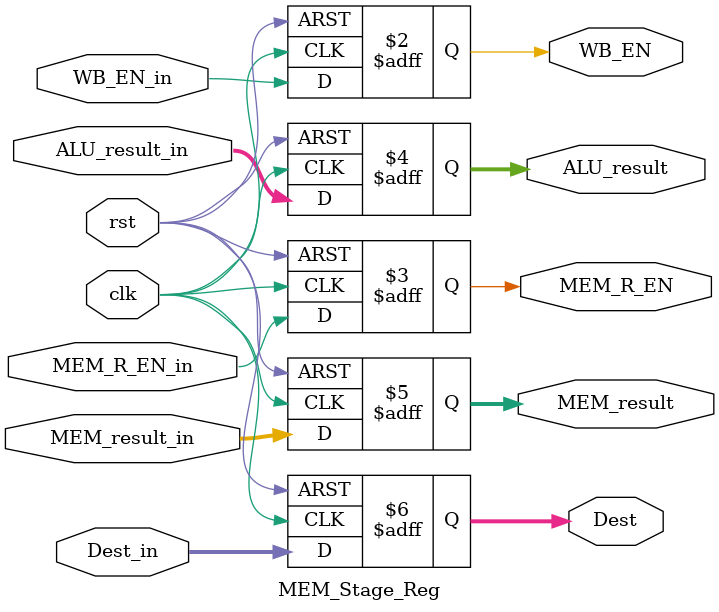
<source format=v>
module IF_Stage_Reg(
  input clk,rst,freeze,flush,
  input[31:0] PC_in, Instruction_in,
  output reg[31:0] PC,Instruction
);
  always@(posedge clk, posedge rst)begin
    if(rst)begin
      PC<=0;
      Instruction<=0;
    end
    else begin
      if(flush) begin
        PC<=0;
        Instruction<=0;
      end
      else if(~freeze) begin
        PC<=PC_in;
        Instruction<=Instruction_in;
      end
    end
  end
endmodule



module ID_Stage_Reg(input clk , rst,
                          flush,
                    input WB_EN_IN, MEM_R_EN_IN, MEM_W_EN_IN, B_IN,S_IN,
                    input [3:0] EXE_CMD_IN,
                    input [31:0] PC_IN,
                    input [31:0] Val_Rn_IN,Val_Rm_IN,
                    input imm_IN,
                    input [11:0] Shift_operand_IN,
                    input [23:0] Signed_imm_24_IN,
                    input [3:0] Dest_IN,
                    input [3:0] Status_in,

                    input[3:0] src1_in,src2_in,

                    output reg[3:0] src1, src2,

                    output reg WB_EN,MEM_R_EN,MEM_W_EN,B,S,
                    output reg [3:0] EXE_CMD,
                    output reg [31:0] PC,
                    output reg [31:0] Val_Rn,Val_Rm,
                    output reg imm,
                    output reg [11:0] Shift_operand,
                    output reg [23:0] Signed_imm_24,
                    output reg [3:0] Dest,
                    output reg [3:0] Status
                  );
  always @(posedge rst,posedge clk)
  begin
    if (rst) begin
      src1<=0; src2=0;
      WB_EN<=0;MEM_R_EN<=0;MEM_W_EN<=0;B<=0;S <= 0;
      EXE_CMD <= 4'b0;
      PC      <= 32'b0;
		  Val_Rn<=32'b0;
		  Val_Rm <= 32'b0;
      imm <= 0 ;
      Shift_operand <= 12'b0;
      Signed_imm_24 <= 24'b0;
      Dest    <=  4'b0;
      Status <= 4'b0;
	 end
	 else if(flush)begin
      src1<=0; src2<=0;
		  WB_EN<=0;MEM_R_EN<=0;MEM_W_EN<=0;B<=0;S <= 0;
      EXE_CMD <= 4'b0;
      PC      <= 32'b0;
		  Val_Rn<=32'b0;
		  Val_Rm <= 32'b0;
      imm <= 0 ;
      Shift_operand <= 12'b0;
      Signed_imm_24 <= 24'b0;
      Dest    <=  4'b0;
      Status <= 4'b0;
	 end
    else begin
      src1<=src1_in; src2<=src2_in;
      WB_EN    <=  WB_EN_IN ;
      MEM_R_EN <=  MEM_R_EN_IN;
      MEM_W_EN <=  MEM_W_EN_IN;
      B <= B_IN ;
      S <= S_IN;
      EXE_CMD <= EXE_CMD_IN;
      PC      <= PC_IN;
      Val_Rn <=Val_Rn_IN;
      Val_Rm <=Val_Rm_IN;
      imm <= imm_IN ;
      Shift_operand <= Shift_operand_IN;
      Signed_imm_24 <= Signed_imm_24_IN;
      Dest    <=  Dest_IN;
      Status <= Status_in;
    end
  end
endmodule


module EXE_Stage_Reg(
  input clk,rst, WB_en_in, MEM_R_EN_in, MEM_W_EN_in,
  input[31:0] ALU_result_in, Val_Rm_in,
  input[3:0] Dest_in,

  output reg WB_en, MEM_R_EN, MEM_W_EN,
  output reg[31:0] ALU_result, Val_Rm,
  output reg[3:0] Dest
);
  always@(posedge clk, posedge rst)
  begin
    if(rst)begin
      WB_en=0; MEM_R_EN=0; MEM_W_EN=0;
      ALU_result=0; Val_Rm=0;
      Dest=0;
    end
    else begin
      WB_en = WB_en_in;
      MEM_R_EN = MEM_R_EN_in;
      MEM_W_EN = MEM_W_EN_in;
      ALU_result = ALU_result_in;
      Val_Rm =  Val_Rm_in;
      Dest = Dest_in;
    end
  end
endmodule


module MEM_Stage_Reg(
  input clk,rst,
  input WB_EN_in, MEM_R_EN_in,
  input[31:0] ALU_result_in, MEM_result_in,
  input[3:0] Dest_in,

  output reg WB_EN, MEM_R_EN,
  output reg[31:0] ALU_result, MEM_result,
  output reg[3:0] Dest
);
  always@(posedge clk, posedge rst)
    if(rst)begin
      WB_EN=1'b0;
      MEM_R_EN=1'b0;
      ALU_result=0;
      MEM_result=0;
      Dest=4'b0;
    end
    else begin
      WB_EN=WB_EN_in;
      MEM_R_EN=MEM_R_EN_in;
      ALU_result=ALU_result_in;
      MEM_result=MEM_result_in;
      Dest=Dest_in;
    end
endmodule

</source>
